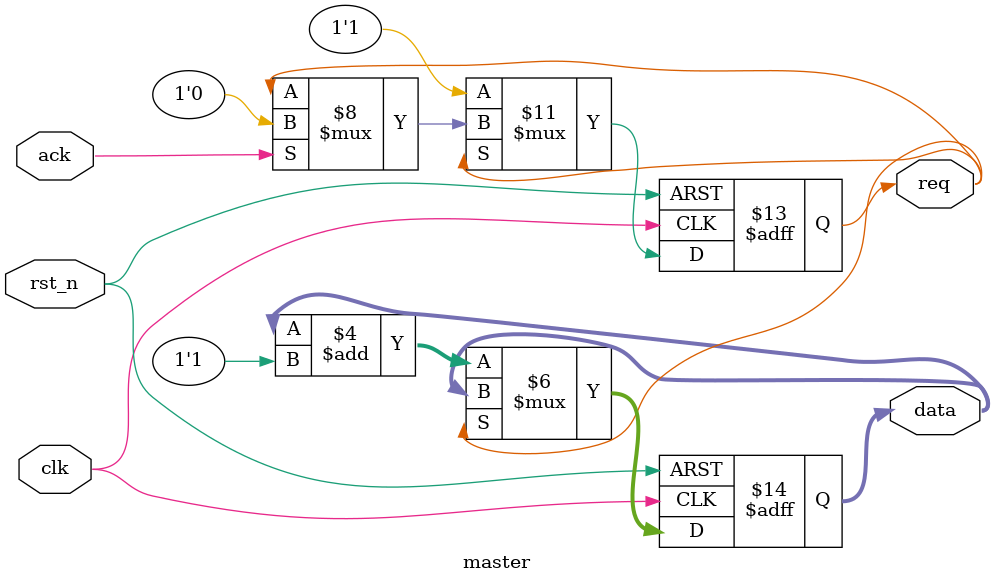
<source format=v>
module master (
    input  wire        clk,
    input  wire        rst_n,
    output reg         req,
    output reg [31:0]  data,
    input  wire        ack
);

    always @(posedge clk or negedge rst_n) begin
        if (!rst_n) begin
            req  <= 1'b0;
            data <= 32'd0;
        end else begin
            if (!req) begin
                req  <= 1'b1;
                data <= data + 1'b1;
            end else if (ack) begin
                req <= 1'b0;  
            end
        end
    end
endmodule

</source>
